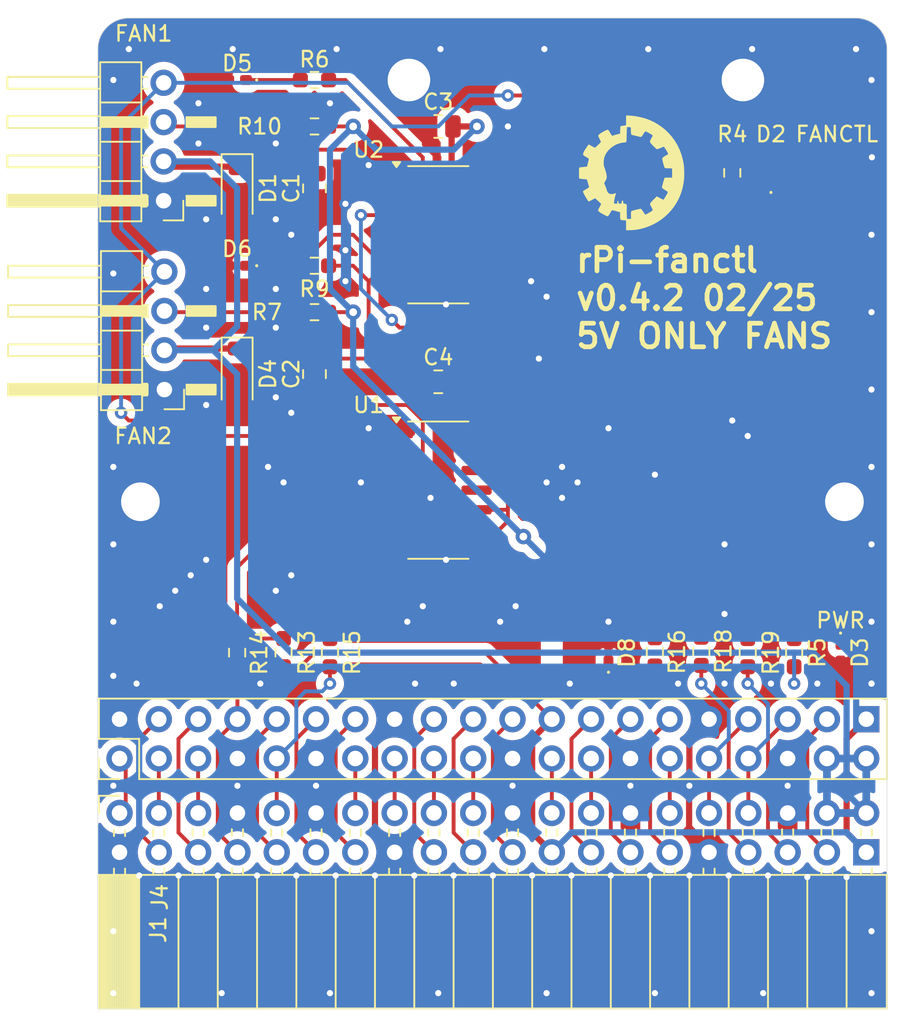
<source format=kicad_pcb>
(kicad_pcb (version 20241229) (generator "pcbnew") (generator_version "9.0")
  (title_block (title "rPi-fanctl") (date "2025-01-18") (rev "v0.4.2"))
  (layers (0 "F.Cu" signal "Front") (4 "In1.Cu" signal) (6 "In2.Cu" signal) (2 "B.Cu" signal "Back") (13 "F.Paste" user) (15 "B.Paste" user) (5 "F.SilkS" user "F.Silkscreen") (7 "B.SilkS" user "B.Silkscreen") (1 "F.Mask" user) (3 "B.Mask" user) (25 "Edge.Cuts" user))
  (net 0 "")
  (net 1 "GND")
  (net 2 "+5V")
  (net 3 "+3.3V")
  (net 4 "Net-(D2-Pad1)")
  (net 5 "PWM_CTL_5V")
  (net 6 "TACH2_3V3")
  (net 7 "TACH1_3V3")
  (net 8 "TACH1")
  (net 9 "TACH2")
  (net 10 "Net-(D5-Pad1)")
  (net 11 "Net-(D6-Pad1)")
  (net 12 "Net-(D3-Pad1)")
  (net 13 "Net-(J1-~{CE0}_SPI0{slash}GPIO08)")
  (net 14 "Net-(J1-MISO_SPI0{slash}GPIO09)")
  (net 15 "Net-(J1-SCL_I2C1{slash}GPIO03)")
  (net 16 "Net-(J1-GPIO19{slash}SPI1_MISO{slash}PCM_FS)")
  (net 17 "Net-(J1-GPIO23{slash}SDIO_CMD)")
  (net 18 "Net-(J1-GPIO24{slash}SDIO_DAT0)")
  (net 19 "Net-(J1-GPIO26{slash}SDIO_DAT2)")
  (net 20 "Net-(J1-MOSI_SPI0{slash}GPIO10)")
  (net 21 "Net-(J1-GPIO12{slash}PWM0)")
  (net 22 "Net-(J1-ID_SD_I2C0{slash}GPIO00)")
  (net 23 "Net-(J1-GPIO13{slash}PWM1)")
  (net 24 "Net-(J1-ID_SC_I2C0{slash}GPIO01)")
  (net 25 "Net-(J1-GPIO17{slash}SPI1_~{CE1})")
  (net 26 "Net-(J1-SCLK_SPI0{slash}GPIO11)")
  (net 27 "Net-(J1-GPCLK1{slash}GPIO05)")
  (net 28 "Net-(J1-GPIO14{slash}UART_TXD)")
  (net 29 "Net-(J1-GPIO15{slash}UART_RXD)")
  (net 30 "Net-(J1-GPIO20{slash}SPI1_MOSI{slash}PCM_DIN{slash}PWM1)")
  (net 31 "Net-(J1-GPCLK2{slash}GPIO06)")
  (net 32 "Net-(J1-GPIO16{slash}SPI1_~{CE2})")
  (net 33 "Net-(J1-GPCLK0{slash}GPIO04)")
  (net 34 "Net-(J1-GPIO25{slash}SDIO_DAT1)")
  (net 35 "Net-(J1-~{CE1}_SPI0{slash}GPIO07)")
  (net 36 "Net-(J1-SDA_I2C1{slash}GPIO02)")
  (net 37 "Net-(J1-GPIO21{slash}SPI1_SCLK{slash}PCM_DOUT)")
  (net 38 "Net-(J1-GPIO18{slash}SPI1_~{CE0}{slash}PCM_CLK{slash}PWM0)")
  (net 39 "Net-(J1-GPIO27{slash}SDIO_DAT3)")
  (net 40 "Net-(J1-GPIO22{slash}SDIO_CLK)")
  (net 41 "PWM_FAN_CTL_3V3")
  (net 42 "PWM0_3V3")
  (net 47 "Net-(R16-Pad1)")
  (net 48 "Net-(D8-Pad1)")
  (footprint "Resistor_SMD:R_0603_1608Metric_Pad0.98x0.95mm_HandSolder" (layer "F.Cu") (at 47.75 52 180)
    (property "Reference" "R9")
    (property "Value" "1K")
  )
  (footprint "Resistor_SMD:R_0603_1608Metric_Pad0.98x0.95mm_HandSolder" (layer "F.Cu") (at 48.75 77 -90)
    (property "Reference" "R15")
    (property "Value" "120R")
  )
  (footprint "Resistor_SMD:R_0603_1608Metric_Pad0.98x0.95mm_HandSolder" (layer "F.Cu") (at 45.75 77 90)
    (property "Reference" "R13")
    (property "Value" "510K")
  )
  (footprint "Connector_PinHeader_2.54mm:PinHeader_1x04_P2.54mm_Horizontal" (layer "F.Cu") (at 38.05 60.002975 180)
    (property "Reference" "FAN2")
    (property "Value" "Conn_01x04")
  )
  (footprint "Resistor_SMD:R_0603_1608Metric_Pad0.98x0.95mm_HandSolder" (layer "F.Cu") (at 47.75 40 180)
    (property "Reference" "R6")
    (property "Value" "1K")
  )
  (footprint "Package_SO:SOIC-14_3.9x8.7mm_P1.27mm" (layer "F.Cu") (at 55.75 66.5)
    (property "Reference" "U1")
    (property "Value" "SN74HCT125DR")
  )
  (footprint "Capacitor_SMD:C_0805_2012Metric" (layer "F.Cu") (at 55.75 43 180)
    (property "Reference" "C3")
    (property "Value" "0u1")
  )
  (footprint "Resistor_SMD:R_0603_1608Metric_Pad0.98x0.95mm_HandSolder" (layer "F.Cu") (at 74.75 46 -90)
    (property "Reference" "R4")
    (property "Value" "1K")
  )
  (footprint "Resistor_SMD:R_0603_1608Metric_Pad0.98x0.95mm_HandSolder" (layer "F.Cu") (at 47.75 55 180)
    (property "Reference" "R7")
    (property "Value" "10K")
  )
  (footprint "Resistor_SMD:R_0603_1608Metric_Pad0.98x0.95mm_HandSolder" (layer "F.Cu") (at 42.75 77 -90)
    (property "Reference" "R14")
    (property "Value" "120R")
  )
  (footprint "Capacitor_SMD:C_0805_2012Metric" (layer "F.Cu") (at 55.75 59.5 180)
    (property "Reference" "C4")
    (property "Value" "0u1")
  )
  (footprint "Resistor_SMD:R_0603_1608Metric_Pad0.98x0.95mm_HandSolder" (layer "F.Cu") (at 75.75 77 -90)
    (property "Reference" "R19")
    (property "Value" "120R")
  )
  (footprint "Capacitor_SMD:C_0805_2012Metric" (layer "F.Cu") (at 47.75 59 -90)
    (property "Reference" "C2")
    (property "Value" "0u1")
  )
  (footprint "Diode_SMD:D_0402_1005Metric_Pad0.77x0.64mm_HandSolder" (layer "F.Cu") (at 66.75 77 90)
    (property "Reference" "D8")
    (property "Value" "LTST-C191TBKT")
  )
  (footprint "Diode_SMD:D_SOD-123F" (layer "F.Cu") (at 42.75 47 -90)
    (property "Reference" "D1")
    (property "Value" "D")
  )
  (footprint "Diode_SMD:D_SOD-123" (layer "F.Cu") (at 42.75 59 -90)
    (property "Reference" "D4")
    (property "Value" "D")
  )
  (footprint "Diode_SMD:D_0402_1005Metric_Pad0.77x0.64mm_HandSolder" (layer "F.Cu") (at 42.75 40 180)
    (property "Reference" "D5")
    (property "Value" "LTST-C191TBKT")
  )
  (footprint "Resistor_SMD:R_0603_1608Metric_Pad0.98x0.95mm_HandSolder" (layer "F.Cu") (at 69.75 76.95 -90)
    (property "Reference" "R16")
    (property "Value" "1K")
  )
  (footprint "Resistor_SMD:R_0603_1608Metric_Pad0.98x0.95mm_HandSolder" (layer "F.Cu") (at 47.75 43 180)
    (property "Reference" "R10")
    (property "Value" "10K")
  )
  (footprint "Resistor_SMD:R_0603_1608Metric_Pad0.98x0.95mm_HandSolder" (layer "F.Cu") (at 72.75 76.9125 -90)
    (property "Reference" "R18")
    (property "Value" "120R")
  )
  (footprint "Connector_PinSocket_2.54mm:PinSocket_2x20_P2.54mm_Horizontal" (layer "F.Cu") (at 35.15 87.36 90)
    (property "Reference" "J1")
    (property "Value" "Raspberry_Pi_4")
  )
  (footprint "Connector_PinHeader_2.54mm:PinHeader_2x20_P2.54mm_Vertical" (layer "F.Cu") (at 35.15 83.84 90)
    (property "Reference" "J4")
    (property "Value" "Raspberry_Pi_4")
  )
  (footprint "Connector_PinHeader_2.54mm:PinHeader_1x04_P2.54mm_Horizontal" (layer "F.Cu") (at 38 47.8 180)
    (property "Reference" "FAN1")
    (property "Value" "Conn_01x04")
  )
  (footprint "Diode_SMD:D_0402_1005Metric_Pad0.77x0.64mm_HandSolder" (layer "F.Cu") (at 81.75 77 -90)
    (property "Reference" "D3")
    (property "Value" "LTST-C191TBKT")
  )
  (footprint "Diode_SMD:D_0402_1005Metric_Pad0.77x0.64mm_HandSolder" (layer "F.Cu") (at 77.25 46 90)
    (property "Reference" "D2")
    (property "Value" "LTST-C191TBKT")
  )
  (footprint "Diode_SMD:D_0402_1005Metric_Pad0.77x0.64mm_HandSolder" (layer "F.Cu") (at 42.75 52 180)
    (property "Reference" "D6")
    (property "Value" "LTST-C191TBKT")
  )
  (footprint "LOGO" (layer "F.Cu") (at 68.25 46)
    (property "Reference" "G***" (hide yes))
    (property "Value" "LOGO" (hide yes))
  )
  (footprint "Resistor_SMD:R_0603_1608Metric_Pad0.98x0.95mm_HandSolder" (layer "F.Cu") (at 78.75 77 90)
    (property "Reference" "R5")
    (property "Value" "1K")
  )
  (footprint "Package_SO:SOIC-14_3.9x8.7mm_P1.27mm" (layer "F.Cu") (at 55.75 50)
    (property "Reference" "U2")
    (property "Value" "SN74HCT125DR")
  )
  (footprint "Capacitor_SMD:C_0805_2012Metric" (layer "F.Cu") (at 47.75 47 -90)
    (property "Reference" "C1")
    (property "Value" "0u1")
  )
  (gr_rect (start 39.5 59.702975) (end 41.35 60.302975) (stroke (width 0.1524)) (fill yes) (layer "F.SilkS"))
  (gr_rect (start 39.5 54.622975) (end 41.35 55.222975) (stroke (width 0.1524)) (fill yes) (layer "F.SilkS"))
  (gr_rect (start 33.95 59.7) (end 36.95 60.3) (stroke (width 0.1524)) (fill yes) (layer "F.SilkS"))
  (gr_rect (start 39.5 47.5) (end 41.35 48.1) (stroke (width 0.1524)) (fill yes) (layer "F.SilkS"))
  (gr_rect (start 33.95 54.62) (end 36.95 55.22) (stroke (width 0.1524)) (fill yes) (layer "F.SilkS"))
  (gr_rect (start 39.5 42.42) (end 41.35 43.02) (stroke (width 0.1524)) (fill yes) (layer "F.SilkS"))
  (gr_rect (start 33.95 42.417025) (end 36.95 43.017025) (stroke (width 0.1524)) (fill yes) (layer "F.SilkS"))
  (gr_rect (start 33.95 47.497025) (end 36.95 48.097025) (stroke (width 0.1524)) (fill yes) (layer "F.SilkS"))
  (gr_line (start 33.75 100) (end 84.75 100) (stroke (width 0.0381)) (layer "Edge.Cuts"))
  (gr_arc (start 33.75 38) (mid 34.335786 36.585786) (end 35.75 36) (stroke (width 0.0381)) (layer "Edge.Cuts"))
  (gr_line (start 35.75 36) (end 82.75 36) (stroke (width 0.0381)) (layer "Edge.Cuts"))
  (gr_line (start 84.75 100) (end 84.75 38) (stroke (width 0.0381)) (layer "Edge.Cuts"))
  (gr_arc (start 82.75 36) (mid 84.164214 36.585786) (end 84.75 38) (stroke (width 0.0381)) (layer "Edge.Cuts"))
  (gr_line (start 33.75 100) (end 33.75 38) (stroke (width 0.0381)) (layer "Edge.Cuts"))
  (gr_text "${TITLE}\n${REVISION} 02/25\n5V ONLY FANS" (at 64.5 50.75 0) (layer "F.SilkS") (effects (font (size 1.524 1.524) (thickness 0.3048) (bold yes)) (justify left top)))
  (gr_text "PWR" (at 81.75 75.5 0) (layer "F.SilkS") (effects (font (size 1 1)) (justify bottom)))
  (gr_text "FANCTL" (at 78.75 43.5 0) (layer "F.SilkS") (effects (font (size 1 1)) (justify left)))
  (segment (start 56.25 69.5) (end 56.25 63.5) (width 0.4) (layer "F.Cu") (net 1))
  (segment (start 55.44 70.31) (end 56.25 69.5) (width 0.4) (layer "F.Cu") (net 1))
  (segment (start 52.93 89.9) (end 51.659999 88.629999) (width 0.4) (layer "F.Cu") (net 1))
  (segment (start 42.77 83.84) (end 42.77 85.42) (width 0.4) (layer "F.Cu") (net 1))
  (segment (start 78.33 87.36) (end 78.33 85.48) (width 0.4) (layer "F.Cu") (net 1))
  (segment (start 73.25 81.3) (end 71.979999 82.570001) (width 0.4) (layer "F.Cu") (net 1))
  (segment (start 56.25 63.5) (end 55.75 63) (width 0.4) (layer "F.Cu") (net 1))
  (segment (start 47.85 87.36) (end 47.85 85.5) (width 0.4) (layer "F.Cu") (net 1))
  (segment (start 71.961 85.618999) (end 71.979999 85.6) (width 0.4) (layer "F.Cu") (net 1))
  (segment (start 71.961 88.611) (end 71.961 85.618999) (width 0.4) (layer "F.Cu") (net 1))
  (segment (start 68.17 83.84) (end 68.17 85.42) (width 0.4) (layer "F.Cu") (net 1))
  (segment (start 51.659999 88.629999) (end 51.659999 82.570001) (width 0.4) (layer "F.Cu") (net 1))
  (segment (start 54.94 53.81) (end 55.75 53) (width 0.4) (layer "F.Cu") (net 1))
  (segment (start 55.75 45) (end 54.8875 44.1375) (width 0.4) (layer "F.Cu") (net 1))
  (segment (start 78.33 83.84) (end 78.33 85.48) (width 0.4) (layer "F.Cu") (net 1))
  (segment (start 60.55 87.36) (end 60.55 85.5) (width 0.4) (layer "F.Cu") (net 1))
  (segment (start 52.93 81.3) (end 51.659999 82.570001) (width 0.4) (layer "F.Cu") (net 1))
  (segment (start 60.55 83.84) (end 60.55 85.5) (width 0.4) (layer "F.Cu") (net 1))
  (segment (start 47.85 83.84) (end 47.85 85.5) (width 0.4) (layer "F.Cu") (net 1))
  (segment (start 54.8875 44.1375) (end 54.8875 43) (width 0.4) (layer "F.Cu") (net 1))
  (segment (start 68.17 87.36) (end 68.17 85.42) (width 0.4) (layer "F.Cu") (net 1))
  (segment (start 55.75 61.5) (end 54.8875 60.6375) (width 0.4) (layer "F.Cu") (net 1))
  (segment (start 55.75 63) (end 55.75 61.5) (width 0.4) (layer "F.Cu") (net 1))
  (segment (start 73.25 89.9) (end 71.961 88.611) (width 0.4) (layer "F.Cu") (net 1))
  (segment (start 53.275 70.31) (end 55.44 70.31) (width 0.4) (layer "F.Cu") (net 1))
  (segment (start 42.77 87.36) (end 42.77 85.42) (width 0.4) (layer "F.Cu") (net 1))
  (segment (start 71.979999 82.570001) (end 71.979999 85.5) (width 0.4) (layer "F.Cu") (net 1))
  (segment (start 54.8875 60.6375) (end 54.8875 59.5) (width 0.4) (layer "F.Cu") (net 1))
  (segment (start 55.75 53) (end 55.75 45) (width 0.4) (layer "F.Cu") (net 1))
  (segment (start 53.275 53.81) (end 54.94 53.81) (width 0.4) (layer "F.Cu") (net 1))
  (via (at 68.17 85.6) (size 0.8) (drill 0.4) (layers "F.Cu" "B.Cu") (net 1))
  (via (at 34.75 65) (size 0.8) (drill 0.4) (layers "F.Cu" "B.Cu") (net 1))
  (via (at 74.25 70) (size 0.8) (drill 0.4) (layers "F.Cu" "B.Cu") (net 1))
  (via (at 79.599999 91.5) (size 0.8) (drill 0.4) (layers "F.Cu" "B.Cu") (net 1))
  (via (at 34.75 85.6) (size 0.8) (drill 0.4) (layers "F.Cu" "B.Cu") (net 1))
  (via (at 46.25 50) (size 0.8) (drill 0.4) (layers "F.Cu" "B.Cu") (net 1))
  (via (at 77.25 79) (size 0.8) (drill 0.4) (layers "F.Cu" "B.Cu") (net 1))
  (via (at 62.25 58) (size 0.8) (drill 0.4) (layers "F.Cu" "B.Cu") (net 1))
  (via (at 64.359999 91.4) (size 0.8) (drill 0.4) (layers "F.Cu" "B.Cu") (net 1))
  (via (at 82.75 38) (size 0.8) (drill 0.4) (layers "F.Cu" "B.Cu") (net 1))
  (via (at 66.75 62.5) (size 0.8) (drill 0.4) (layers "F.Cu" "B.Cu") (net 1))
  (via (at 80.25 79) (size 0.8) (drill 0.4) (layers "F.Cu" "B.Cu") (net 1))
  (via (at 56.25 71) (size 0.8) (drill 0.4) (layers "F.Cu" "B.Cu") (net 1))
  (via (at 75.75 63) (size 0.8) (drill 0.4) (layers "F.Cu" "B.Cu") (net 1))
  (via (at 55.25 67) (size 0.8) (drill 0.4) (layers "F.Cu" "B.Cu") (net 1))
  (via (at 63.75 67) (size 0.8) (drill 0.4) (layers "F.Cu" "B.Cu") (net 1))
  (via (at 61.819999 91.4) (size 0.8) (drill 0.4) (layers "F.Cu" "B.Cu") (net 1))
  (via (at 62.75 99) (size 0.8) (drill 0.4) (layers "F.Cu" "B.Cu") (net 1))
  (via (at 74.25 79) (size 0.8) (drill 0.4) (layers "F.Cu" "B.Cu") (net 1))
  (via (at 46.579999 91.4) (size 0.8) (drill 0.4) (layers "F.Cu" "B.Cu") (net 1))
  (via (at 69.75 99) (size 0.8) (drill 0.4) (layers "F.Cu" "B.Cu") (net 1))
  (via (at 34.75 75) (size 0.8) (drill 0.4) (layers "F.Cu" "B.Cu") (net 1))
  (via (at 42.77 85.6) (size 0.8) (drill 0.4) (layers "F.Cu" "B.Cu") (net 1))
  (via (at 83.75 40) (size 0.8) (drill 0.4) (layers "F.Cu" "B.Cu") (net 1))
  (via (at 62.60714 38) (size 0.8) (drill 0.4) (layers "F.Cu" "B.Cu") (net 1))
  (via (at 47.85 85.6) (size 0.8) (drill 0.4) (layers "F.Cu" "B.Cu") (net 1))
  (via (at 60.25 43) (size 0.8) (drill 0.4) (layers "F.Cu" "B.Cu") (net 1))
  (via (at 82 67.25) (size 2.75) (drill 2.5) (layers "F.Cu" "B.Cu") (net 1))
  (via (at 45.75 66) (size 0.8) (drill 0.4) (layers "F.Cu" "B.Cu") (net 1))
  (via (at 45.25 60.5) (size 0.8) (drill 0.4) (layers "F.Cu" "B.Cu") (net 1))
  (via (at 59.279999 91.4) (size 0.8) (drill 0.4) (layers "F.Cu" "B.Cu") (net 1))
  (via (at 40.25 41.5) (size 0.8) (drill 0.4) (layers "F.Cu" "B.Cu") (net 1))
  (via (at 45.25 49) (size 0.8) (drill 0.4) (layers "F.Cu" "B.Cu") (net 1))
  (via (at 40.75 61) (size 0.8) (drill 0.4) (layers "F.Cu" "B.Cu") (net 1))
  (via (at 50.75 66) (size 0.8) (drill 0.4) (layers "F.Cu" "B.Cu") (net 1))
  (via (at 49.119999 91.4) (size 0.8) (drill 0.4) (layers "F.Cu" "B.Cu") (net 1))
  (via (at 36.25 79) (size 0.8) (drill 0.4) (layers "F.Cu" "B.Cu") (net 1))
  (via (at 83.75 75) (size 0.8) (drill 0.4) (layers "F.Cu" "B.Cu") (net 1))
  (via (at 69.75 65.5) (size 0.8) (drill 0.4) (layers "F.Cu" "B.Cu") (net 1))
  (via (at 46.25 61.5) (size 0.8) (drill 0.4) (layers "F.Cu" "B.Cu") (net 1))
  (via (at 51.659999 91.4) (size 0.8) (drill 0.4) (layers "F.Cu" "B.Cu") (net 1))
  (via (at 45.25 56) (size 0.8) (drill 0.4) (layers "F.Cu" "B.Cu") (net 1))
  (via (at 66.899999 91.4) (size 0.8) (drill 0.4) (layers "F.Cu" "B.Cu") (net 1))
  (via (at 45.25 44.1) (size 0.8) (drill 0.4) (layers "F.Cu" "B.Cu") (net 1))
  (via (at 45.25 53.5) (size 0.8) (drill 0.4) (layers "F.Cu" "B.Cu") (net 1))
  (via (at 44.75 65) (size 0.8) (drill 0.4) (layers "F.Cu" "B.Cu") (net 1))
  (via (at 40.75 49) (size 0.8) (drill 0.4) (layers "F.Cu" "B.Cu") (net 1))
  (via (at 56.25 54.5) (size 0.8) (drill 0.4) (layers "F.Cu" "B.Cu") (net 1))
  (via (at 83.75 60) (size 0.8) (drill 0.4) (layers "F.Cu" "B.Cu") (net 1))
  (via (at 83.774981 44.991794) (size 0.8) (drill 0.4) (layers "F.Cu" "B.Cu") (net 1))
  (via (at 71.25 79) (size 0.8) (drill 0.4) (layers "F.Cu" "B.Cu") (net 1))
  (via (at 66.75 75) (size 0.8) (drill 0.4) (layers "F.Cu" "B.Cu") (net 1))
  (via (at 71.979999 91.4) (size 0.8) (drill 0.4) (layers "F.Cu" "B.Cu") (net 1))
  (via (at 69.439999 91.4) (size 0.8) (drill 0.4) (layers "F.Cu" "B.Cu") (net 1))
  (via (at 75.438569 40) (size 3) (drill 2.75) (layers "F.Cu" "B.Cu") (net 1))
  (via (at 39.75 72) (size 0.8) (drill 0.4) (layers "F.Cu" "B.Cu") (net 1))
  (via (at 34.75 52.5) (size 0.8) (drill 0.4) (layers "F.Cu" "B.Cu") (net 1))
  (via (at 48.75 41.5) (size 0.8) (drill 0.4) (layers "F.Cu" "B.Cu") (net 1))
  (via (at 83.75 95) (size 0.8) (drill 0.4) (layers "F.Cu" "B.Cu") (net 1))
  (via (at 35.75 38) (size 0.8) (drill 0.4) (layers "F.Cu" "B.Cu") (net 1))
  (via (at 83.75 79) (size 0.8) (drill 0.4) (layers "F.Cu" "B.Cu") (net 1))
  (via (at 40.75 53.5) (size 0.8) (drill 0.4) (layers "F.Cu" "B.Cu") (net 1))
  (via (at 53.853809 40) (size 3) (drill 2.75) (layers "F.Cu" "B.Cu") (net 1))
  (via (at 54.75 74) (size 0.8) (drill 0.4) (layers "F.Cu" "B.Cu") (net 1))
  (via (at 49.17857 38) (size 0.8) (drill 0.4) (layers "F.Cu" "B.Cu") (net 1))
  (via (at 49.75 48) (size 0.8) (drill 0.4) (layers "F.Cu" "B.Cu") (net 1))
  (via (at 44.25 79) (size 0.8) (drill 0.4) (layers "F.Cu" "B.Cu") (net 1))
  (via (at 37.75 74) (size 0.8) (drill 0.4) (layers "F.Cu" "B.Cu") (net 1))
  (via (at 83.75 70) (size 0.8) (drill 0.4) (layers "F.Cu" "B.Cu") (net 1))
  (via (at 42.464285 38) (size 0.8) (drill 0.4) (layers "F.Cu" "B.Cu") (net 1))
  (via (at 34.75 40) (size 0.8) (drill 0.4) (layers "F.Cu" "B.Cu") (net 1))
  (via (at 41.75 99) (size 0.8) (drill 0.4) (layers "F.Cu" "B.Cu") (net 1))
  (via (at 63.75 65) (size 0.8) (drill 0.4) (layers "F.Cu" "B.Cu") (net 1))
  (via (at 55.892855 38) (size 0.8) (drill 0.4) (layers "F.Cu" "B.Cu") (net 1))
  (via (at 51.25 45.5) (size 0.8) (drill 0.4) (layers "F.Cu" "B.Cu") (net 1))
  (via (at 56.739999 91.4) (size 0.8) (drill 0.4) (layers "F.Cu" "B.Cu") (net 1))
  (via (at 45.25 73) (size 0.8) (drill 0.4) (layers "F.Cu" "B.Cu") (net 1))
  (via (at 69.321425 38) (size 0.8) (drill 0.4) (layers "F.Cu" "B.Cu") (net 1))
  (via (at 76.75 99) (size 0.8) (drill 0.4) (layers "F.Cu" "B.Cu") (net 1))
  (via (at 46.25 72) (size 0.8) (drill 0.4) (layers "F.Cu" "B.Cu") (net 1))
  (via (at 48.75 99) (size 0.8) (drill 0.4) (layers "F.Cu" "B.Cu") (net 1))
  (via (at 34.75 70) (size 0.8) (drill 0.4) (layers "F.Cu" "B.Cu") (net 1))
  (via (at 40.75 71) (size 0.8) (drill 0.4) (layers "F.Cu" "B.Cu") (net 1))
  (via (at 44.039999 91.4) (size 0.8) (drill 0.4) (layers "F.Cu" "B.Cu") (net 1))
  (via (at 83.75 99) (size 0.8) (drill 0.4) (layers "F.Cu" "B.Cu") (net 1))
  (via (at 40.75 56) (size 0.8) (drill 0.4) (layers "F.Cu" "B.Cu") (net 1))
  (via (at 82.139999 91.5) (size 0.8) (drill 0.4) (layers "F.Cu" "B.Cu") (net 1))
  (via (at 34.75 78.5) (size 0.8) (drill 0.4) (layers "F.Cu" "B.Cu") (net 1))
  (via (at 59.75 75) (size 0.8) (drill 0.4) (layers "F.Cu" "B.Cu") (net 1))
  (via (at 49.75 51) (size 0.8) (drill 0.4) (layers "F.Cu" "B.Cu") (net 1))
  (via (at 49.75 53) (size 0.8) (drill 0.4) (layers "F.Cu" "B.Cu") (net 1))
  (via (at 40.25 44.1) (size 0.8) (drill 0.4) (layers "F.Cu" "B.Cu") (net 1))
  (via (at 83.75 55) (size 0.8) (drill 0.4) (layers "F.Cu" "B.Cu") (net 1))
  (via (at 51.25 62.5) (size 0.8) (drill 0.4) (layers "F.Cu" "B.Cu") (net 1))
  (via (at 54.199999 91.4) (size 0.8) (drill 0.4) (layers "F.Cu" "B.Cu") (net 1))
  (via (at 83.75 79) (size 0.8) (drill 0.4) (layers "F.Cu" "B.Cu") (net 1))
  (via (at 36.419999 91.4) (size 0.8) (drill 0.4) (layers "F.Cu" "B.Cu") (net 1))
  (via (at 60.75 74) (size 0.8) (drill 0.4) (layers "F.Cu" "B.Cu") (net 1))
  (via (at 61.75 53) (size 0.8) (drill 0.4) (layers "F.Cu" "B.Cu") (net 1))
  (via (at 34.75 95) (size 0.8) (drill 0.4) (layers "F.Cu" "B.Cu") (net 1))
  (via (at 38.959999 91.4) (size 0.8) (drill 0.4) (layers "F.Cu" "B.Cu") (net 1))
  (via (at 76.03571 38) (size 0.8) (drill 0.4) (layers "F.Cu" "B.Cu") (net 1))
  (via (at 54.25 79) (size 0.8) (drill 0.4) (layers "F.Cu" "B.Cu") (net 1))
  (via (at 34.75 99) (size 0.8) (drill 0.4) (layers "F.Cu" "B.Cu") (net 1))
  (via (at 74.75 62) (size 0.8) (drill 0.4) (layers "F.Cu" "B.Cu") (net 1))
  (via (at 60.55 85.6) (size 0.8) (drill 0.4) (layers "F.Cu" "B.Cu") (net 1))
  (via (at 36.5 67.25) (size 2.75) (drill 2.5) (layers "F.Cu" "B.Cu") (net 1))
  (via (at 41.499999 91.4) (size 0.8) (drill 0.4) (layers "F.Cu" "B.Cu") (net 1))
  (via (at 38.75 73) (size 0.8) (drill 0.4) (layers "F.Cu" "B.Cu") (net 1))
  (via (at 64.75 66) (size 0.8) (drill 0.4) (layers "F.Cu" "B.Cu") (net 1))
  (via (at 78.33 85.6) (size 0.8) (drill 0.4) (layers "F.Cu" "B.Cu") (net 1))
  (via (at 71.979999 85.6) (size 0.8) (drill 0.4) (layers "F.Cu" "B.Cu") (net 1))
  (via (at 83.75 65) (size 0.8) (drill 0.4) (layers "F.Cu" "B.Cu") (net 1))
  (via (at 62.75 54) (size 0.8) (drill 0.4) (layers "F.Cu" "B.Cu") (net 1))
  (via (at 55.75 99) (size 0.8) (drill 0.4) (layers "F.Cu" "B.Cu") (net 1))
  (via (at 56.75 79) (size 0.8) (drill 0.4) (layers "F.Cu" "B.Cu") (net 1))
  (via (at 64.25 79) (size 0.8) (drill 0.4) (layers "F.Cu" "B.Cu") (net 1))
  (via (at 77.059999 91.4) (size 0.8) (drill 0.4) (layers "F.Cu" "B.Cu") (net 1))
  (via (at 74.25 74.5) (size 0.8) (drill 0.4) (layers "F.Cu" "B.Cu") (net 1))
  (via (at 62.75 66) (size 0.8) (drill 0.4) (layers "F.Cu" "B.Cu") (net 1))
  (via (at 53.75 75) (size 0.8) (drill 0.4) (layers "F.Cu" "B.Cu") (net 1))
  (via (at 74.519999 91.4) (size 0.8) (drill 0.4) (layers "F.Cu" "B.Cu") (net 1))
  (via (at 83.75 50) (size 0.8) (drill 0.4) (layers "F.Cu" "B.Cu") (net 1))
  (segment (start 42.77 85.6) (end 47.85 85.6) (width 0.4) (layer "B.Cu") (net 1))
  (segment (start 36.419999 82.569999) (end 35.15 81.3) (width 0.4) (layer "B.Cu") (net 1))
  (segment (start 36.419999 85.75) (end 36.419999 82.569999) (width 0.4) (layer "B.Cu") (net 1))
  (segment (start 34.75 85.6) (end 36.419999 85.6) (width 0.4) (layer "B.Cu") (net 1))
  (segment (start 71.979999 85.6) (end 78.33 85.6) (width 0.4) (layer "B.Cu") (net 1))
  (segment (start 35.15 89.9) (end 36.419999 88.630001) (width 0.4) (layer "B.Cu") (net 1))
  (segment (start 36.419999 85.6) (end 42.77 85.6) (width 0.4) (layer "B.Cu") (net 1))
  (segment (start 60.55 83.84) (end 60.55 85.6) (width 0.4) (layer "B.Cu") (net 1))
  (segment (start 42.77 83.84) (end 42.77 85.6) (width 0.4) (layer "B.Cu") (net 1))
  (segment (start 47.85 87.36) (end 47.85 85.6) (width 0.4) (layer "B.Cu") (net 1))
  (segment (start 47.85 85.6) (end 60.55 85.6) (width 0.4) (layer "B.Cu") (net 1))
  (segment (start 78.33 83.84) (end 78.33 85.6) (width 0.4) (layer "B.Cu") (net 1))
  (segment (start 68.17 83.84) (end 68.17 85.6) (width 0.4) (layer "B.Cu") (net 1))
  (segment (start 42.77 87.36) (end 42.77 85.6) (width 0.4) (layer "B.Cu") (net 1))
  (segment (start 60.55 85.6) (end 68.17 85.6) (width 0.4) (layer "B.Cu") (net 1))
  (segment (start 68.17 87.36) (end 68.17 85.6) (width 0.4) (layer "B.Cu") (net 1))
  (segment (start 60.55 87.36) (end 60.55 85.6) (width 0.4) (layer "B.Cu") (net 1))
  (segment (start 78.33 87.36) (end 78.33 85.6) (width 0.4) (layer "B.Cu") (net 1))
  (segment (start 68.17 85.6) (end 71.979999 85.6) (width 0.4) (layer "B.Cu") (net 1))
  (segment (start 36.419999 85.6) (end 36.419999 85.75) (width 0.4) (layer "B.Cu") (net 1))
  (segment (start 47.85 83.84) (end 47.85 85.6) (width 0.4) (layer "B.Cu") (net 1))
  (segment (start 36.419999 88.630001) (end 36.419999 85.75) (width 0.4) (layer "B.Cu") (net 1))
  (segment (start 56.7 58.45) (end 56.25 58) (width 0.25) (layer "F.Cu") (net 2))
  (segment (start 47.75 45.9625) (end 45.2875 45.9625) (width 0.4) (layer "F.Cu") (net 2))
  (segment (start 56.94 62.69) (end 56.6125 62.3625) (width 0.4) (layer "F.Cu") (net 2))
  (segment (start 38.35 45.6) (end 37.75 45) (width 0.4) (layer "F.Cu") (net 2))
  (segment (start 56.25 58) (end 47.75 58) (width 0.25) (layer "F.Cu") (net 2))
  (segment (start 80.87 87.36) (end 80.87 83.84) (width 0.4) (layer "F.Cu") (net 2))
  (segment (start 42.75 57.35) (end 38.05 57.35) (width 0.4) (layer "F.Cu") (net 2))
  (segment (start 78.75 77.9125) (end 78.75 79) (width 0.25) (layer "F.Cu") (net 2))
  (segment (start 45.1 57.35) (end 45.7125 57.9625) (width 0.4) (layer "F.Cu") (net 2))
  (segment (start 42.75 45.6) (end 38.35 45.6) (width 0.4) (layer "F.Cu") (net 2))
  (segment (start 56.7 59.5) (end 56.7 58.45) (width 0.25) (layer "F.Cu") (net 2))
  (segment (start 42.75 45.6) (end 44.925 45.6) (width 0.4) (layer "F.Cu") (net 2))
  (segment (start 58.225 62.69) (end 56.94 62.69) (width 0.4) (layer "F.Cu") (net 2))
  (segment (start 83.41 87.36) (end 83.41 83.84) (width 0.4) (layer "F.Cu") (net 2))
  (segment (start 44.925 45.6) (end 45.2875 45.9625) (width 0.4) (layer "F.Cu") (net 2))
  (segment (start 38.05 57.35) (end 38.25 57.5) (width 0.4) (layer "F.Cu") (net 2))
  (segment (start 56.6125 62.3625) (end 56.6125 59.5) (width 0.4) (layer "F.Cu") (net 2))
  (segment (start 47.75 57.9625) (end 45.7125 57.9625) (width 0.4) (layer "F.Cu") (net 2))
  (segment (start 42.75 57.35) (end 45.1 57.35) (width 0.4) (layer "F.Cu") (net 2))
  (via (at 78.75 79) (size 0.8) (drill 0.4) (layers "F.Cu" "B.Cu") (net 2))
  (segment (start 46.25 77) (end 42.75 73.5) (width 0.4) (layer "B.Cu") (net 2))
  (segment (start 42.75 55.92595) (end 41.212975 57.462975) (width 0.4) (layer "B.Cu") (net 2))
  (segment (start 38.125 57.462975) (end 41.212975 57.462975) (width 0.4) (layer "B.Cu") (net 2))
  (segment (start 42.75 47) (end 42.75 55.92595) (width 0.4) (layer "B.Cu") (net 2))
  (segment (start 38 45.26) (end 41.01 45.26) (width 0.4) (layer "B.Cu") (net 2))
  (segment (start 78.75 77) (end 80 77) (width 0.4) (layer "B.Cu") (net 2))
  (segment (start 78.75 79) (end 78.75 77) (width 0.25) (layer "B.Cu") (net 2))
  (segment (start 41.01 45.26) (end 42.75 47) (width 0.4) (layer "B.Cu") (net 2))
  (segment (start 82.139999 86.089999) (end 83.41 87.36) (width 0.4) (layer "B.Cu") (net 2))
  (segment (start 42.75 59) (end 42.75 73.5) (width 0.4) (layer "B.Cu") (net 2))
  (segment (start 82.139999 79.139999) (end 82.139999 86.089999) (width 0.4) (layer "B.Cu") (net 2))
  (segment (start 41.212975 57.462975) (end 42.75 59) (width 0.4) (layer "B.Cu") (net 2))
  (segment (start 78.75 77) (end 46.25 77) (width 0.4) (layer "B.Cu") (net 2))
  (segment (start 80 77) (end 82.139999 79.139999) (width 0.4) (layer "B.Cu") (net 2))
  (segment (start 58.225 65.23) (end 60.23 65.23) (width 0.25) (layer "F.Cu") (net 3))
  (segment (start 60.25 68.5) (end 60.25 67.75) (width 0.25) (layer "F.Cu") (net 3))
  (segment (start 58.225 52.54) (end 59.71 52.54) (width 0.25) (layer "F.Cu") (net 3))
  (segment (start 48.6625 43) (end 50.25 43) (width 0.25) (layer "F.Cu") (net 3))
  (segment (start 58.79 77) (end 57.25 77) (width 0.25) (layer "F.Cu") (net 3))
  (segment (start 58.225 51.27) (end 60.23 51.27) (width 0.25) (layer "F.Cu") (net 3))
  (segment (start 58.25 43) (end 56.6125 43) (width 0.4) (layer "F.Cu") (net 3))
  (segment (start 83.41 81.3) (end 82.139999 82.570001) (width 0.4) (layer "F.Cu") (net 3))
  (segment (start 59.71 69.04) (end 60.25 68.5) (width 0.25) (layer "F.Cu") (net 3))
  (segment (start 60.23 67.77) (end 60.25 67.75) (width 0.25) (layer "F.Cu") (net 3))
  (segment (start 60.25 52) (end 60.25 51.25) (width 0.25) (layer "F.Cu") (net 3))
  (segment (start 63.09 81.3) (end 61.819999 82.570001) (width 0.4) (layer "F.Cu") (net 3))
  (segment (start 60.25 48.75) (end 60.25 47.5) (width 0.25) (layer "F.Cu") (net 3))
  (segment (start 61.819999 88.629999) (end 63.09 89.9) (width 0.4) (layer "F.Cu") (net 3))
  (segment (start 60.25 64.5) (end 59.71 63.96) (width 0.25) (layer "F.Cu") (net 3))
  (segment (start 60.23 48.73) (end 60.25 48.75) (width 0.25) (layer "F.Cu") (net 3))
  (segment (start 59.71 63.96) (end 58.225 63.96) (width 0.25) (layer "F.Cu") (net 3))
  (segment (start 61.819999 82.570001) (end 61.819999 88.629999) (width 0.4) (layer "F.Cu") (net 3))
  (segment (start 58.225 46.19) (end 59.94 46.19) (width 0.25) (layer "F.Cu") (net 3))
  (segment (start 59.71 52.54) (end 60.25 52) (width 0.25) (layer "F.Cu") (net 3))
  (segment (start 56.94 46.19) (end 58.225 46.19) (width 0.4) (layer "F.Cu") (net 3))
  (segment (start 56.6125 45.8625) (end 56.94 46.19) (width 0.4) (layer "F.Cu") (net 3))
  (segment (start 56.6125 43) (end 56.6125 45.8625) (width 0.4) (layer "F.Cu") (net 3))
  (segment (start 60.21 47.46) (end 60.25 47.5) (width 0.25) (layer "F.Cu") (net 3))
  (segment (start 59.94 46.19) (end 60.25 46.5) (width 0.25) (layer "F.Cu") (net 3))
  (segment (start 58.225 48.73) (end 60.23 48.73) (width 0.25) (layer "F.Cu") (net 3))
  (segment (start 60.25 47.5) (end 60.25 46.5) (width 0.25) (layer "F.Cu") (net 3))
  (segment (start 60.25 68.5) (end 61.25 69.5) (width 0.25) (layer "F.Cu") (net 3))
  (segment (start 50.25 77) (end 57.25 77) (width 0.25) (layer "F.Cu") (net 3))
  (segment (start 58.225 69.04) (end 59.71 69.04) (width 0.25) (layer "F.Cu") (net 3))
  (segment (start 45.75 77.9125) (end 46.8375 77.9125) (width 0.25) (layer "F.Cu") (net 3))
  (segment (start 82.139999 82.570001) (end 82.139999 88.629999) (width 0.4) (layer "F.Cu") (net 3))
  (segment (start 47.75 77) (end 50.25 77) (width 0.25) (layer "F.Cu") (net 3))
  (segment (start 60.23 51.27) (end 60.25 51.25) (width 0.25) (layer "F.Cu") (net 3))
  (segment (start 58.225 47.46) (end 60.21 47.46) (width 0.25) (layer "F.Cu") (net 3))
  (segment (start 60.23 65.23) (end 60.25 65.25) (width 0.25) (layer "F.Cu") (net 3))
  (segment (start 82.139999 88.629999) (end 83.41 89.9) (width 0.4) (layer "F.Cu") (net 3))
  (segment (start 63.09 81.3) (end 58.79 77) (width 0.25) (layer "F.Cu") (net 3))
  (segment (start 58.225 46.19) (end 58.06 46.19) (width 0.4) (layer "F.Cu") (net 3))
  (segment (start 48.6625 55) (end 50.25 55) (width 0.25) (layer "F.Cu") (net 3))
  (segment (start 60.25 67.75) (end 60.25 65.25) (width 0.25) (layer "F.Cu") (net 3))
  (segment (start 60.25 51.25) (end 60.25 48.75) (width 0.25) (layer "F.Cu") (net 3))
  (segment (start 46.8375 77.9125) (end 47.75 77) (width 0.25) (layer "F.Cu") (net 3))
  (segment (start 58.225 67.77) (end 60.23 67.77) (width 0.25) (layer "F.Cu") (net 3))
  (segment (start 60.25 65.25) (end 60.25 64.5) (width 0.25) (layer "F.Cu") (net 3))
  (via (at 61.25 69.5) (size 1) (drill 0.5) (layers "F.Cu" "B.Cu") (net 3))
  (via (at 50.25 55) (size 1) (drill 0.5) (layers "F.Cu" "B.Cu") (net 3))
  (via (at 58.25 43) (size 1) (drill 0.5) (layers "F.Cu" "B.Cu") (net 3))
  (via (at 50.25 43) (size 1) (drill 0.5) (layers "F.Cu" "B.Cu") (net 3))
  (segment (start 82.76 80.64) (end 82.76 76.5) (width 0.4) (layer "B.Cu") (net 3))
  (segment (start 51.75 44.5) (end 56.75 44.5) (width 0.4) (layer "B.Cu") (net 3))
  (segment (start 83.41 81.3) (end 83.41 81.29) (width 0.4) (layer "B.Cu") (net 3))
  (segment (start 63.75 72) (end 61.25 69.5) (width 0.4) (layer "B.Cu") (net 3))
  (segment (start 82.139999 88.590001) (end 82.12 88.61) (width 0.4) (layer "B.Cu") (net 3))
  (segment (start 48.75 53.5) (end 50.25 55) (width 0.4) (layer "B.Cu") (net 3))
  (segment (start 64.38 88.61) (end 63.09 89.9) (width 0.4) (layer "B.Cu") (net 3))
  (segment (start 48.75 44.5) (end 48.75 53.5) (width 0.4) (layer "B.Cu") (net 3))
  (segment (start 50.25 58.5) (end 61.25 69.5) (width 0.4) (layer "B.Cu") (net 3))
  (segment (start 82.75 76.5) (end 78.25 72) (width 0.4) (layer "B.Cu") (net 3))
  (segment (start 56.75 44.5) (end 58.25 43) (width 0.4) (layer "B.Cu") (net 3))
  (segment (start 82.12 88.61) (end 64.38 88.61) (width 0.4) (layer "B.Cu") (net 3))
  (segment (start 83.41 81.29) (end 82.76 80.64) (width 0.4) (layer "B.Cu") (net 3))
  (segment (start 78.25 72) (end 63.75 72) (width 0.4) (layer "B.Cu") (net 3))
  (segment (start 83.41 89.9) (end 82.12 88.61) (width 0.4) (layer "B.Cu") (net 3))
  (segment (start 50.25 43) (end 51.75 44.5) (width 0.4) (layer "B.Cu") (net 3))
  (segment (start 50.25 58.5) (end 50.25 55) (width 0.4) (layer "B.Cu") (net 3))
  (segment (start 50.25 43) (end 48.75 44.5) (width 0.4) (layer "B.Cu") (net 3))
  (segment (start 75.25 48.5) (end 76.75 48.5) (width 0.25) (layer "F.Cu") (net 4))
  (segment (start 74.75 46.9125) (end 74.75 48) (width 0.25) (layer "F.Cu") (net 4))
  (segment (start 77.25 48) (end 77.25 46.5) (width 0.25) (layer "F.Cu") (net 4))
  (segment (start 76.75 48.5) (end 77.25 48) (width 0.25) (layer "F.Cu") (net 4))
  (segment (start 74.75 48) (end 75.25 48.5) (width 0.25) (layer "F.Cu") (net 4))
  (segment (start 39.925 62) (end 40.925 63) (width 0.25) (layer "F.Cu") (net 5))
  (segment (start 71.75 41) (end 74.75 44) (width 0.25) (layer "F.Cu") (net 5))
  (segment (start 40.925 63) (end 47.75 63) (width 0.25) (layer "F.Cu") (net 5))
  (segment (start 53.75 61) (end 54.75 62) (width 0.25) (layer "F.Cu") (net 5))
  (segment (start 74.75 44) (end 74.75 45.0875) (width 0.25) (layer "F.Cu") (net 5))
  (segment (start 54.75 65) (end 54.52 65.23) (width 0.25) (layer "F.Cu") (net 5))
  (segment (start 35.75 62) (end 39.925 62) (width 0.25) (layer "F.Cu") (net 5))
  (segment (start 60.25 41) (end 71.75 41) (width 0.25) (layer "F.Cu") (net 5))
  (segment (start 35.25 61.5) (end 35.75 62) (width 0.25) (layer "F.Cu") (net 5))
  (segment (start 49.75 61) (end 53.75 61) (width 0.25) (layer "F.Cu") (net 5))
  (segment (start 54.75 62) (end 54.75 65) (width 0.25) (layer "F.Cu") (net 5))
  (segment (start 47.75 63) (end 49.75 61) (width 0.25) (layer "F.Cu") (net 5))
  (segment (start 54.52 65.23) (end 53.275 65.23) (width 0.25) (layer "F.Cu") (net 5))
  (via (at 35.25 61.5) (size 0.8) (drill 0.4) (layers "F.Cu" "B.Cu") (net 5))
  (via (at 60.25 41) (size 0.8) (drill 0.4) (layers "F.Cu" "B.Cu") (net 5))
  (segment (start 38.05 52.382975) (end 35.25 55.182975) (width 0.25) (layer "B.Cu") (net 5))
  (segment (start 38.05 52.382975) (end 35.25 49.582975) (width 0.25) (layer "B.Cu") (net 5))
  (segment (start 60.25 41) (end 57.75 41) (width 0.25) (layer "B.Cu") (net 5))
  (segment (start 52.75 43) (end 49.93 40.18) (width 0.25) (layer "B.Cu") (net 5))
  (segment (start 57.75 41) (end 55.75 43) (width 0.25) (layer "B.Cu") (net 5))
  (segment (start 35.25 49.582975) (end 35.25 42.93) (width 0.25) (layer "B.Cu") (net 5))
  (segment (start 55.75 43) (end 52.75 43) (width 0.25) (layer "B.Cu") (net 5))
  (segment (start 35.25 55.182975) (end 35.25 61.5) (width 0.25) (layer "B.Cu") (net 5))
  (segment (start 35.25 42.93) (end 38 40.18) (width 0.25) (layer "B.Cu") (net 5))
  (segment (start 49.93 40.18) (end 38 40.18) (width 0.25) (layer "B.Cu") (net 5))
  (segment (start 50.25 52) (end 48.6625 52) (width 0.25) (layer "F.Cu") (net 6))
  (segment (start 51.25 53) (end 50.25 52) (width 0.25) (layer "F.Cu") (net 6))
  (segment (start 51.25 56) (end 51.25 53) (width 0.25) (layer "F.Cu") (net 6))
  (segment (start 72.75 76) (end 72.75 70) (width 0.25) (layer "F.Cu") (net 6))
  (segment (start 52.25 57) (end 51.25 56) (width 0.25) (layer "F.Cu") (net 6))
  (segment (start 72.75 70) (end 59.75 57) (width 0.25) (layer "F.Cu") (net 6))
  (segment (start 53.275 52.54) (end 51.75 52.54) (width 0.25) (layer "F.Cu") (net 6))
  (segment (start 51.25 53.04) (end 51.75 52.54) (width 0.25) (layer "F.Cu") (net 6))
  (segment (start 59.75 57) (end 52.25 57) (width 0.25) (layer "F.Cu") (net 6))
  (segment (start 75.75 76.0875) (end 75.75 70) (width 0.25) (layer "F.Cu") (net 7))
  (segment (start 53.275 48.73) (end 50.75 48.73) (width 0.25) (layer "F.Cu") (net 7))
  (segment (start 49.75 40) (end 48.6625 40) (width 0.25) (layer "F.Cu") (net 7))
  (segment (start 53.275 48.73) (end 54.52 48.73) (width 0.25) (layer "F.Cu") (net 7))
  (segment (start 61.75 56) (end 53.25 56) (width 0.25) (layer "F.Cu") (net 7))
  (segment (start 54.52 48.73) (end 54.75 48.5) (width 0.25) (layer "F.Cu") (net 7))
  (segment (start 54.75 45) (end 49.75 40) (width 0.25) (layer "F.Cu") (net 7))
  (segment (start 53.25 56) (end 52.75 55.5) (width 0.25) (layer "F.Cu") (net 7))
  (segment (start 54.75 48.5) (end 54.75 45) (width 0.25) (layer "F.Cu") (net 7))
  (segment (start 75.75 70) (end 61.75 56) (width 0.25) (layer "F.Cu") (net 7))
  (via (at 52.75 55.5) (size 0.8) (drill 0.4) (layers "F.Cu" "B.Cu") (net 7))
  (via (at 50.75 48.73) (size 0.8) (drill 0.4) (layers "F.Cu" "B.Cu") (net 7))
  (segment (start 50.75 53.5) (end 50.75 48.73) (width 0.25) (layer "B.Cu") (net 7))
  (segment (start 52.75 55.5) (end 50.75 53.5) (width 0.25) (layer "B.Cu") (net 7))
  (segment (start 49.75 44.5) (end 50.25 45) (width 0.25) (layer "F.Cu") (net 8))
  (segment (start 46.8375 43) (end 38.25 43) (width 0.25) (layer "F.Cu") (net 8))
  (segment (start 50.25 46) (end 51.71 47.46) (width 0.25) (layer "F.Cu") (net 8))
  (segment (start 50.25 45) (end 50.25 46) (width 0.25) (layer "F.Cu") (net 8))
  (segment (start 51.71 47.46) (end 53.275 47.46) (width 0.25) (layer "F.Cu") (net 8))
  (segment (start 38.25 43) (end 37.75 42.5) (width 0.25) (layer "F.Cu") (net 8))
  (segment (start 46.8375 43) (end 46.8375 44.0875) (width 0.25) (layer "F.Cu") (net 8))
  (segment (start 47.25 44.5) (end 49.75 44.5) (width 0.25) (layer "F.Cu") (net 8))
  (segment (start 46.8375 44.0875) (end 47.25 44.5) (width 0.25) (layer "F.Cu") (net 8))
  (segment (start 47.75 53) (end 46.8375 53.9125) (width 0.25) (layer "F.Cu") (net 9))
  (segment (start 38.05 55) (end 46.8375 55) (width 0.25) (layer "F.Cu") (net 9))
  (segment (start 50.25 50) (end 48.75 50) (width 0.25) (layer "F.Cu") (net 9))
  (segment (start 46.8375 53.9125) (end 46.8375 55) (width 0.25) (layer "F.Cu") (net 9))
  (segment (start 53.275 51.27) (end 51.52 51.27) (width 0.25) (layer "F.Cu") (net 9))
  (segment (start 51.52 51.27) (end 50.25 50) (width 0.25) (layer "F.Cu") (net 9))
  (segment (start 47.75 51) (end 47.75 53) (width 0.25) (layer "F.Cu") (net 9))
  (segment (start 48.75 50) (end 47.75 51) (width 0.25) (layer "F.Cu") (net 9))
  (segment (start 43.3225 40) (end 46.75 40) (width 0.25) (layer "F.Cu") (net 10))
  (segment (start 43.3225 52) (end 46.75 52) (width 0.25) (layer "F.Cu") (net 11))
  (segment (start 81.75 76.4275) (end 81.75 75) (width 0.25) (layer "F.Cu") (net 12))
  (segment (start 78.75 75) (end 79.25 74.5) (width 0.25) (layer "F.Cu") (net 12))
  (segment (start 81.75 75) (end 81.25 74.5) (width 0.25) (layer "F.Cu") (net 12))
  (segment (start 78.75 76.0875) (end 78.75 75) (width 0.25) (layer "F.Cu") (net 12))
  (segment (start 81.25 74.5) (end 79.25 74.5) (width 0.25) (layer "F.Cu") (net 12))
  (segment (start 55.47 87.36) (end 55.47 83.84) (width 0.25) (layer "F.Cu") (net 13))
  (segment (start 56.739999 82.570001) (end 58.01 81.3) (width 0.25) (layer "F.Cu") (net 14))
  (segment (start 56.739999 88.629999) (end 56.739999 82.570001) (width 0.25) (layer "F.Cu") (net 14))
  (segment (start 58.01 89.9) (end 56.739999 88.629999) (width 0.25) (layer "F.Cu") (net 14))
  (segment (start 77.059999 82.570001) (end 77.059999 88.629999) (width 0.25) (layer "F.Cu") (net 15))
  (segment (start 78.33 81.3) (end 77.059999 82.570001) (width 0.25) (layer "F.Cu") (net 15))
  (segment (start 77.059999 88.629999) (end 78.33 89.9) (width 0.25) (layer "F.Cu") (net 15))
  (segment (start 38.959999 82.570001) (end 38.959999 88.629999) (width 0.25) (layer "F.Cu") (net 16))
  (segment (start 40.23 81.3) (end 38.959999 82.570001) (width 0.25) (layer "F.Cu") (net 16))
  (segment (start 38.959999 88.629999) (end 40.23 89.9) (width 0.25) (layer "F.Cu") (net 16))
  (segment (start 65.63 87.36) (end 65.63 83.84) (width 0.25) (layer "F.Cu") (net 17))
  (segment (start 63.09 87.36) (end 63.09 83.84) (width 0.25) (layer "F.Cu") (net 18))
  (segment (start 36.419999 88.629999) (end 37.69 89.9) (width 0.25) (layer "F.Cu") (net 19))
  (segment (start 36.419999 82.570001) (end 37.69 81.3) (width 0.25) (layer "F.Cu") (net 19))
  (segment (start 36.419999 82.570001) (end 36.419999 88.629999) (width 0.25) (layer "F.Cu") (net 19))
  (segment (start 60.55 89.9) (end 59.279999 88.629999) (width 0.25) (layer "F.Cu") (net 20))
  (segment (start 59.279999 82.570001) (end 60.55 81.3) (width 0.25) (layer "F.Cu") (net 20))
  (segment (start 59.279999 88.629999) (end 59.279999 82.570001) (width 0.25) (layer "F.Cu") (net 20))
  (segment (start 48.75 77.9125) (end 48.75 79) (width 0.25) (layer "F.Cu") (net 21))
  (segment (start 45.31 87.36) (end 45.31 83.84) (width 0.25) (layer "F.Cu") (net 21))
  (via (at 48.75 79) (size 0.8) (drill 0.4) (layers "F.Cu" "B.Cu") (net 21))
  (segment (start 48.25 79.5) (end 47.1625 79.5) (width 0.25) (layer "B.Cu") (net 21))
  (segment (start 48.75 79) (end 48.25 79.5) (width 0.25) (layer "B.Cu") (net 21))
  (segment (start 46.575 80.0875) (end 46.575 82.575) (width 0.25) (layer "B.Cu") (net 21))
  (segment (start 46.575 82.575) (end 45.31 83.84) (width 0.25) (layer "B.Cu") (net 21))
  (segment (start 47.1625 79.5) (end 46.575 80.0875) (width 0.25) (layer "B.Cu") (net 21))
  (segment (start 49.119999 88.629999) (end 49.119999 82.570001) (width 0.25) (layer "F.Cu") (net 22))
  (segment (start 50.39 89.9) (end 49.119999 88.629999) (width 0.25) (layer "F.Cu") (net 22))
  (segment (start 50.39 81.3) (end 49.119999 82.570001) (width 0.25) (layer "F.Cu") (net 22))
  (segment (start 42.77 78.02) (end 42.75 78) (width 0.25) (layer "F.Cu") (net 23))
  (segment (start 42.77 81.3) (end 42.77 78.02) (width 0.25) (layer "F.Cu") (net 23))
  (segment (start 42.77 89.9) (end 41.499999 88.629999) (width 0.25) (layer "F.Cu") (net 23))
  (segment (start 41.499999 88.629999) (end 41.499999 82.570001) (width 0.25) (layer "F.Cu") (net 23))
  (segment (start 42.77 81.3) (end 41.499999 82.570001) (width 0.25) (layer "F.Cu") (net 23))
  (segment (start 50.39 87.36) (end 50.39 83.84) (width 0.25) (layer "F.Cu") (net 24))
  (segment (start 70.71 81.3) (end 69.439999 82.570001) (width 0.25) (layer "F.Cu") (net 25))
  (segment (start 69.439999 88.629999) (end 70.71 89.9) (width 0.25) (layer "F.Cu") (net 25))
  (segment (start 69.439999 82.570001) (end 69.439999 88.629999) (width 0.25) (layer "F.Cu") (net 25))
  (segment (start 54.199999 82.570001) (end 55.47 81.3) (width 0.25) (layer "F.Cu") (net 26))
  (segment (start 54.199999 88.629999) (end 54.199999 82.570001) (width 0.25) (layer "F.Cu") (net 26))
  (segment (start 55.47 89.9) (end 54.199999 88.629999) (width 0.25) (layer "F.Cu") (net 26))
  (segment (start 46.579999 88.629999) (end 47.85 89.9) (width 0.25) (layer "F.Cu") (net 27))
  (segment (start 46.579999 82.570001) (end 46.579999 88.629999) (width 0.25) (layer "F.Cu") (net 27))
  (segment (start 47.85 81.3) (end 46.579999 82.570001) (width 0.25) (layer "F.Cu") (net 27))
  (segment (start 75.75 77.9125) (end 75.75 79) (width 0.25) (layer "F.Cu") (net 28))
  (segment (start 75.79 87.36) (end 75.79 83.84) (width 0.25) (layer "F.Cu") (net 28))
  (via (at 75.75 79) (size 0.8) (drill 0.4) (layers "F.Cu" "B.Cu") (net 28))
  (segment (start 75.75 79) (end 77.06 80.31) (width 0.25) (layer "B.Cu") (net 28))
  (segment (start 77.06 82.57) (end 75.79 83.84) (width 0.25) (layer "B.Cu") (net 28))
  (segment (start 77.06 80.31) (end 77.06 82.57) (width 0.25) (layer "B.Cu") (net 28))
  (segment (start 72.75 77.825) (end 72.75 79) (width 0.25) (layer "F.Cu") (net 29))
  (segment (start 73.25 87.36) (end 73.25 83.84) (width 0.25) (layer "F.Cu") (net 29))
  (via (at 72.75 79) (size 0.8) (drill 0.4) (layers "F.Cu" "B.Cu") (net 29))
  (segment (start 74.525 82.565) (end 73.25 83.84) (width 0.25) (layer "B.Cu") (net 29))
  (segment (start 74.525 80.775) (end 74.525 82.565) (width 0.25) (layer "B.Cu") (net 29))
  (segment (start 72.75 79) (end 74.525 80.775) (width 0.25) (layer "B.Cu") (net 29))
  (segment (start 37.69 87.36) (end 37.69 83.84) (width 0.25) (layer "F.Cu") (net 30))
  (segment (start 44.039999 88.629999) (end 44.039999 82.570001) (width 0.25) (layer "F.Cu") (net 31))
  (segment (start 45.31 89.9) (end 44.039999 88.629999) (width 0.25) (layer "F.Cu") (net 31))
  (segment (start 44.039999 82.570001) (end 45.31 81.3) (width 0.25) (layer "F.Cu") (net 31))
  (segment (start 40.23 87.36) (end 40.23 83.84) (width 0.25) (layer "F.Cu") (net 32))
  (segment (start 74.52 82.57) (end 74.52 88.63) (width 0.25) (layer "F.Cu") (net 33))
  (segment (start 75.79 81.3) (end 74.52 82.57) (width 0.25) (layer "F.Cu") (net 33))
  (segment (start 74.52 88.63) (end 75.79 89.9) (width 0.25) (layer "F.Cu") (net 33))
  (segment (start 58.01 87.36) (end 58.01 83.84) (width 0.25) (layer "F.Cu") (net 34))
  (segment (start 52.93 87.36) (end 52.93 83.84) (width 0.25) (layer "F.Cu") (net 35))
  (segment (start 79.599999 82.570001) (end 80.87 81.3) (width 0.25) (layer "F.Cu") (net 36))
  (segment (start 80.87 89.9) (end 79.599999 88.629999) (width 0.25) (layer "F.Cu") (net 36))
  (segment (start 79.599999 88.629999) (end 79.599999 82.570001) (width 0.25) (layer "F.Cu") (net 36))
  (segment (start 35.15 87.36) (end 35.55 86.96) (width 0.25) (layer "F.Cu") (net 37))
  (segment (start 35.55 86.96) (end 35.55 84.24) (width 0.25) (layer "F.Cu") (net 37))
  (segment (start 35.55 84.24) (end 35.15 83.84) (width 0.25) (layer "F.Cu") (net 37))
  (segment (start 70.71 87.36) (end 70.71 83.84) (width 0.25) (layer "F.Cu") (net 38))
  (segment (start 66.899999 88.629999) (end 68.17 89.9) (width 0.25) (layer "F.Cu") (net 39))
  (segment (start 66.899999 82.570001) (end 66.899999 88.629999) (width 0.25) (layer "F.Cu") (net 39))
  (segment (start 68.17 81.3) (end 66.899999 82.570001) (width 0.25) (layer "F.Cu") (net 39))
  (segment (start 65.63 81.3) (end 64.359999 82.570001) (width 0.25) (layer "F.Cu") (net 40))
  (segment (start 65.63 89.9) (end 64.359999 88.629999) (width 0.25) (layer "F.Cu") (net 40))
  (segment (start 64.359999 88.629999) (end 64.359999 82.570001) (width 0.25) (layer "F.Cu") (net 40))
  (segment (start 42.75 76.0875) (end 45.6625 76.0875) (width 0.25) (layer "F.Cu") (net 41))
  (segment (start 42.75 76.0875) (end 42.75 71.5) (width 0.25) (layer "F.Cu") (net 41))
  (segment (start 45.6625 76.0875) (end 45.75 76) (width 0.25) (layer "F.Cu") (net 41))
  (segment (start 50.29 63.96) (end 53.275 63.96) (width 0.25) (layer "F.Cu") (net 41))
  (segment (start 42.6625 76.0875) (end 42.75 76) (width 0.25) (layer "F.Cu") (net 41))
  (segment (start 42.75 71.5) (end 50.29 63.96) (width 0.25) (layer "F.Cu") (net 41))
  (segment (start 48.75 76.0875) (end 48.75 69) (width 0.25) (layer "F.Cu") (net 42))
  (segment (start 53.275 67.77) (end 49.98 67.77) (width 0.25) (layer "F.Cu") (net 42))
  (segment (start 48.75 69) (end 49.98 67.77) (width 0.25) (layer "F.Cu") (net 42))
  (segment (start 50.75 71) (end 51.75 72) (width 0.25) (layer "F.Cu") (net 47))
  (segment (start 51.71 69.04) (end 50.75 70) (width 0.25) (layer "F.Cu") (net 47))
  (segment (start 51.75 72) (end 68.75 72) (width 0.25) (layer "F.Cu") (net 47))
  (segment (start 69.75 73) (end 69.75 76.0375) (width 0.25) (layer "F.Cu") (net 47))
  (segment (start 68.75 72) (end 69.75 73) (width 0.25) (layer "F.Cu") (net 47))
  (segment (start 50.75 70) (end 50.75 71) (width 0.25) (layer "F.Cu") (net 47))
  (segment (start 53.275 69.04) (end 51.71 69.04) (width 0.25) (layer "F.Cu") (net 47))
  (segment (start 67.25 79.5) (end 69.25 79.5) (width 0.25) (layer "F.Cu") (net 48))
  (segment (start 66.75 79) (end 67.25 79.5) (width 0.25) (layer "F.Cu") (net 48))
  (segment (start 69.75 77.8625) (end 69.75 79) (width 0.25) (layer "F.Cu") (net 48))
  (segment (start 69.75 79) (end 69.25 79.5) (width 0.25) (layer "F.Cu") (net 48))
  (segment (start 66.75 77.5725) (end 66.75 79) (width 0.25) (layer "F.Cu") (net 48))
  (zone (net 1) (net_name "GND") (layers "F.Cu" "B.Cu") (connect_pads yes (clearance 0.508)) (min_thickness 0.25) (fill yes (thermal_gap 0.5) (thermal_bridge_width 0.5))
    (polygon (pts (xy 85.75 101) (xy 32.75 101) (xy 32.75 34.83) (xy 85.75 34.83)))
  )
  (zone (net 2) (net_name "+5V") (layer "B.Cu") (priority 1) (connect_pads (clearance 0.508)) (min_thickness 0.25) (fill yes (thermal_gap 0.5) (thermal_bridge_width 0.5))
    (polygon (pts (xy 80.25 83.25) (xy 80.25 88) (xy 84 88) (xy 84 83.25)))
  )
)
</source>
